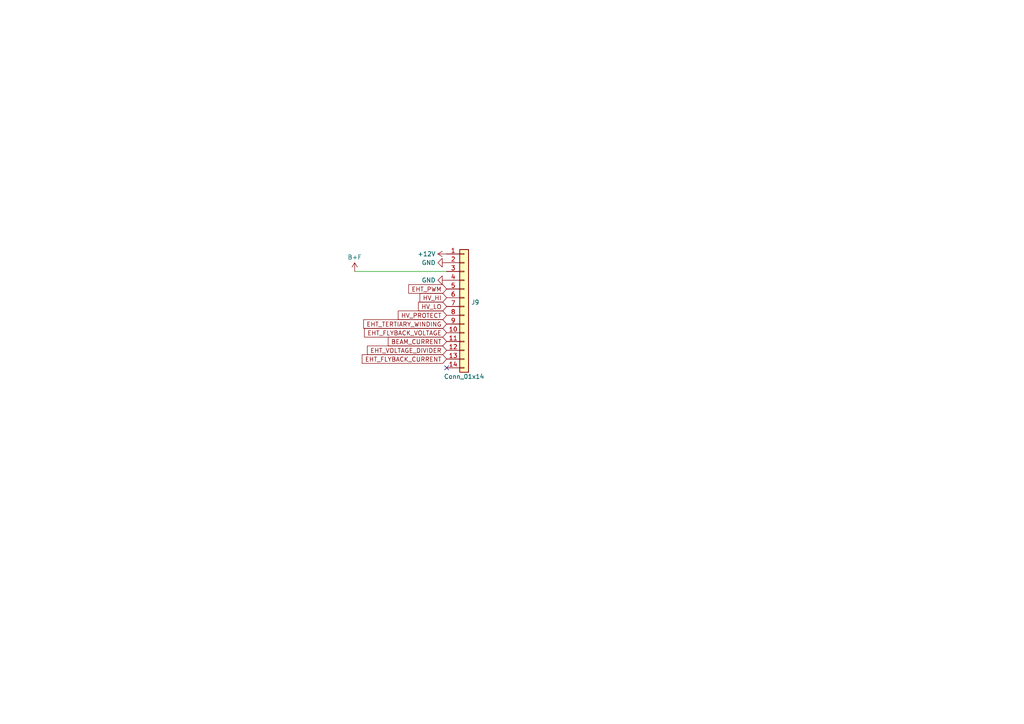
<source format=kicad_sch>
(kicad_sch (version 20230121) (generator eeschema)
  (paper "A4")
  (lib_symbols
    (symbol "Connector_Generic:Conn_01x14" (pin_names (offset 1.016) hide)
      (property "Reference" "J" (at 0 17.78 0))
      (property "Value" "Conn_01x14" (at 0 -20.32 0))
      (symbol "Conn_01x14_1_1"
        (rectangle (start -1.27 -17.653) (end 0 -17.907) (stroke (width 0.1524)))
        (rectangle (start -1.27 -15.113) (end 0 -15.367) (stroke (width 0.1524)))
        (rectangle (start -1.27 -12.573) (end 0 -12.827) (stroke (width 0.1524)))
        (rectangle (start -1.27 -10.033) (end 0 -10.287) (stroke (width 0.1524)))
        (rectangle (start -1.27 -7.493) (end 0 -7.747) (stroke (width 0.1524)))
        (rectangle (start -1.27 -4.953) (end 0 -5.207) (stroke (width 0.1524)))
        (rectangle (start -1.27 -2.413) (end 0 -2.667) (stroke (width 0.1524)))
        (rectangle (start -1.27 0.127) (end 0 -0.127) (stroke (width 0.1524)))
        (rectangle (start -1.27 2.667) (end 0 2.413) (stroke (width 0.1524)))
        (rectangle (start -1.27 5.207) (end 0 4.953) (stroke (width 0.1524)))
        (rectangle (start -1.27 7.747) (end 0 7.493) (stroke (width 0.1524)))
        (rectangle (start -1.27 10.287) (end 0 10.033) (stroke (width 0.1524)))
        (rectangle (start -1.27 12.827) (end 0 12.573) (stroke (width 0.1524)))
        (rectangle (start -1.27 15.367) (end 0 15.113) (stroke (width 0.1524)))
        (rectangle (start -1.27 16.51) (end 1.27 -19.05) (stroke (width 0.254)) (fill (type background)))
        (pin passive line (at -5.08 15.24 0) (length 3.81) (name "Pin_1") (number "1"))
        (pin passive line (at -5.08 -7.62 0) (length 3.81) (name "Pin_10") (number "10"))
        (pin passive line (at -5.08 -10.16 0) (length 3.81) (name "Pin_11") (number "11"))
        (pin passive line (at -5.08 -12.7 0) (length 3.81) (name "Pin_12") (number "12"))
        (pin passive line (at -5.08 -15.24 0) (length 3.81) (name "Pin_13") (number "13"))
        (pin passive line (at -5.08 -17.78 0) (length 3.81) (name "Pin_14") (number "14"))
        (pin passive line (at -5.08 12.7 0) (length 3.81) (name "Pin_2") (number "2"))
        (pin passive line (at -5.08 10.16 0) (length 3.81) (name "Pin_3") (number "3"))
        (pin passive line (at -5.08 7.62 0) (length 3.81) (name "Pin_4") (number "4"))
        (pin passive line (at -5.08 5.08 0) (length 3.81) (name "Pin_5") (number "5"))
        (pin passive line (at -5.08 2.54 0) (length 3.81) (name "Pin_6") (number "6"))
        (pin passive line (at -5.08 0 0) (length 3.81) (name "Pin_7") (number "7"))
        (pin passive line (at -5.08 -2.54 0) (length 3.81) (name "Pin_8") (number "8"))
        (pin passive line (at -5.08 -5.08 0) (length 3.81) (name "Pin_9") (number "9"))
      )
    )
    (symbol "power:+12V" (power) (pin_names (offset 0))
      (property "Value" "+12V" (at 0 3.556 0))
      (symbol "+12V_0_1"
        (polyline (pts (xy -0.762 1.27) (xy 0 2.54)))
        (polyline (pts (xy 0 0) (xy 0 2.54)))
        (polyline (pts (xy 0 2.54) (xy 0.762 1.27)))
      )
      (symbol "+12V_1_1"
        (pin power_in line (at 0 0 90) (length 0) hide (name "+12V") (number "1"))
      )
    )
    (symbol "power:GND" (power) (pin_names (offset 0))
      (property "Value" "GND" (at 0 -3.81 0))
      (symbol "GND_0_1"
        (polyline (pts (xy 0 0) (xy 0 -1.27) (xy 1.27 -1.27) (xy 0 -2.54) (xy -1.27 -1.27) (xy 0 -1.27)))
      )
      (symbol "GND_1_1"
        (pin power_in line (at 0 0 270) (length 0) hide (name "GND") (number "1"))
      )
    )
    (symbol "td-crt:B+F" (power) (pin_names (offset 0))
      (property "Value" "B+F" (at 0 3.556 0))
      (symbol "B+F_0_1"
        (polyline (pts (xy -0.762 1.27) (xy 0 2.54)))
        (polyline (pts (xy 0 0) (xy 0 2.54)))
        (polyline (pts (xy 0 2.54) (xy 0.762 1.27)))
      )
      (symbol "B+F_1_1"
        (pin power_in line (at 0 0 90) (length 0) hide (name "B+F") (number "1"))
      )
    )
  )
  (no_connect (at 129.54 106.68))
  (wire (pts (xy 102.87 78.74) (xy 129.54 78.74)))
  (global_label "HV_LO" (shape input) (at 129.54 88.9 180) (property "Intersheetrefs" "${INTERSHEET_REFS}" (effects hide)))
  (global_label "EHT_FLYBACK_CURRENT" (shape input) (at 129.54 104.14 180) (property "Intersheetrefs" "${INTERSHEET_REFS}" (effects hide)))
  (global_label "EHT_TERTIARY_WINDING" (shape input) (at 129.54 93.98 180) (property "Intersheetrefs" "${INTERSHEET_REFS}" (effects hide)))
  (global_label "BEAM_CURRENT" (shape input) (at 129.54 99.06 180) (property "Intersheetrefs" "${INTERSHEET_REFS}" (effects hide)))
  (global_label "HV_PROTECT" (shape input) (at 129.54 91.44 180) (property "Intersheetrefs" "${INTERSHEET_REFS}" (effects hide)))
  (global_label "HV_HI" (shape input) (at 129.54 86.36 180) (property "Intersheetrefs" "${INTERSHEET_REFS}" (effects hide)))
  (global_label "EHT_PWM" (shape input) (at 129.54 83.82 180) (property "Intersheetrefs" "${INTERSHEET_REFS}" (effects hide)))
  (global_label "EHT_FLYBACK_VOLTAGE" (shape input) (at 129.54 96.52 180) (property "Intersheetrefs" "${INTERSHEET_REFS}" (effects hide)))
  (global_label "EHT_VOLTAGE_DIVIDER" (shape input) (at 129.54 101.6 180) (property "Intersheetrefs" "${INTERSHEET_REFS}" (effects hide)))
  (symbol (lib_id "Connector_Generic:Conn_01x14") (at 134.62 88.9 0) (unit 1)
    (property "Reference" "J9" (at 136.652 87.6879 0) (effects (justify left)))
    (property "Value" "Conn_01x14" (at 134.62 109.22 0))
    (property "Footprint" "Connector_JST:JST_XH_B14B-XH-A_1x14_P2.50mm_Vertical" (effects hide))
    (property "Digikey" "455-B14B-XH-A-ND" (effects hide))
    (instances (project "td-deflect" (path "" (reference "J9") (unit 1))) (project "td-hv" (path "" (reference "J1") (unit 1))))
  )
  (symbol (lib_id "power:GND") (at 129.54 76.2 270) (unit 1)
    (property "Reference" "#PWR05" (effects hide))
    (property "Value" "GND" (at 126.3651 76.2 90) (effects (justify right)))
    (instances (project "td-deflect" (path "" (reference "#PWR05") (unit 1))) (project "td-hv" (path "" (reference "#PWR029") (unit 1))))
  )
  (symbol (lib_id "td-crt:B+F") (at 102.87 78.74 0) (unit 1)
    (property "Reference" "#PWR01" (effects hide))
    (property "Value" "B+F" (at 102.87 74.6069 0))
  )
  (symbol (lib_id "power:+12V") (at 129.54 73.66 90) (unit 1)
    (property "Reference" "#PWR02" (effects hide))
    (property "Value" "+12V" (at 126.365 73.66 90) (effects (justify left)))
    (instances (project "td-deflect" (path "" (reference "#PWR02") (unit 1))) (project "td-hv" (path "" (reference "#PWR028") (unit 1))))
  )
  (symbol (lib_id "power:GND") (at 129.54 81.28 270) (unit 1)
    (property "Reference" "#PWR06" (effects hide))
    (property "Value" "GND" (at 126.3651 81.28 90) (effects (justify right)))
    (instances (project "td-deflect" (path "" (reference "#PWR06") (unit 1))) (project "td-hv" (path "" (reference "#PWR031") (unit 1))))
  )
)
</source>
